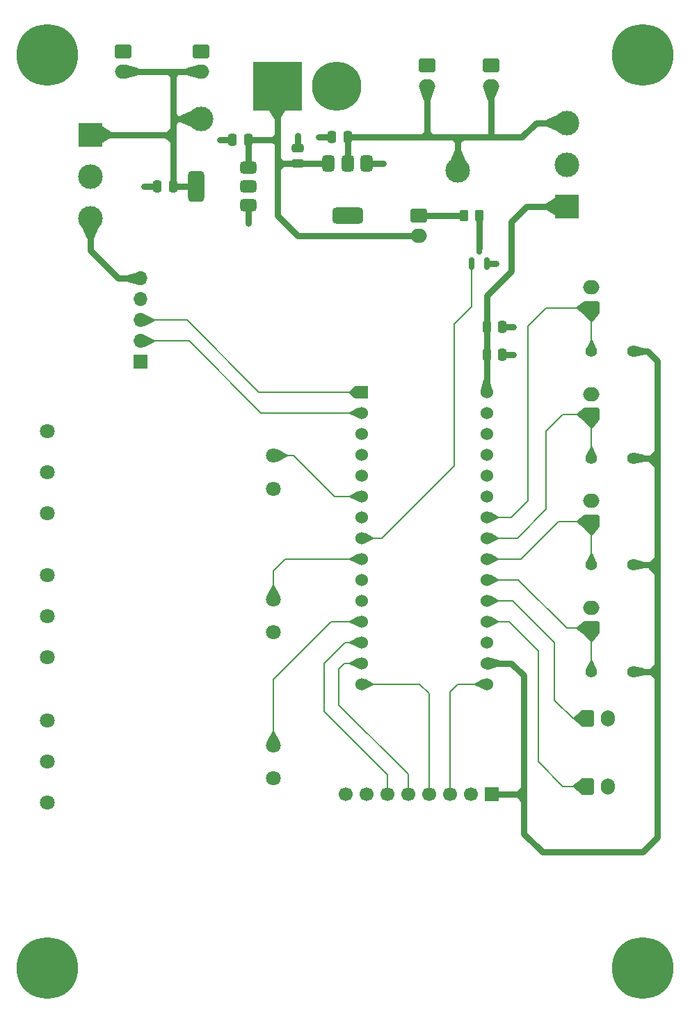
<source format=gbr>
%TF.GenerationSoftware,KiCad,Pcbnew,9.0.4*%
%TF.CreationDate,2025-10-04T23:37:01+05:30*%
%TF.ProjectId,FireSide,46697265-5369-4646-952e-6b696361645f,rev?*%
%TF.SameCoordinates,Original*%
%TF.FileFunction,Copper,L1,Top*%
%TF.FilePolarity,Positive*%
%FSLAX46Y46*%
G04 Gerber Fmt 4.6, Leading zero omitted, Abs format (unit mm)*
G04 Created by KiCad (PCBNEW 9.0.4) date 2025-10-04 23:37:01*
%MOMM*%
%LPD*%
G01*
G04 APERTURE LIST*
G04 Aperture macros list*
%AMRoundRect*
0 Rectangle with rounded corners*
0 $1 Rounding radius*
0 $2 $3 $4 $5 $6 $7 $8 $9 X,Y pos of 4 corners*
0 Add a 4 corners polygon primitive as box body*
4,1,4,$2,$3,$4,$5,$6,$7,$8,$9,$2,$3,0*
0 Add four circle primitives for the rounded corners*
1,1,$1+$1,$2,$3*
1,1,$1+$1,$4,$5*
1,1,$1+$1,$6,$7*
1,1,$1+$1,$8,$9*
0 Add four rect primitives between the rounded corners*
20,1,$1+$1,$2,$3,$4,$5,0*
20,1,$1+$1,$4,$5,$6,$7,0*
20,1,$1+$1,$6,$7,$8,$9,0*
20,1,$1+$1,$8,$9,$2,$3,0*%
G04 Aperture macros list end*
%TA.AperFunction,ComponentPad*%
%ADD10C,1.400000*%
%TD*%
%TA.AperFunction,SMDPad,CuDef*%
%ADD11RoundRect,0.250000X0.250000X0.475000X-0.250000X0.475000X-0.250000X-0.475000X0.250000X-0.475000X0*%
%TD*%
%TA.AperFunction,ComponentPad*%
%ADD12RoundRect,0.250000X-0.750000X0.600000X-0.750000X-0.600000X0.750000X-0.600000X0.750000X0.600000X0*%
%TD*%
%TA.AperFunction,ComponentPad*%
%ADD13O,2.000000X1.700000*%
%TD*%
%TA.AperFunction,ComponentPad*%
%ADD14C,7.500000*%
%TD*%
%TA.AperFunction,SMDPad,CuDef*%
%ADD15RoundRect,0.250000X0.475000X-0.250000X0.475000X0.250000X-0.475000X0.250000X-0.475000X-0.250000X0*%
%TD*%
%TA.AperFunction,ComponentPad*%
%ADD16RoundRect,0.250000X0.750000X-0.600000X0.750000X0.600000X-0.750000X0.600000X-0.750000X-0.600000X0*%
%TD*%
%TA.AperFunction,SMDPad,CuDef*%
%ADD17RoundRect,0.375000X-0.375000X0.625000X-0.375000X-0.625000X0.375000X-0.625000X0.375000X0.625000X0*%
%TD*%
%TA.AperFunction,SMDPad,CuDef*%
%ADD18RoundRect,0.500000X-1.400000X0.500000X-1.400000X-0.500000X1.400000X-0.500000X1.400000X0.500000X0*%
%TD*%
%TA.AperFunction,SMDPad,CuDef*%
%ADD19RoundRect,0.375000X0.625000X0.375000X-0.625000X0.375000X-0.625000X-0.375000X0.625000X-0.375000X0*%
%TD*%
%TA.AperFunction,SMDPad,CuDef*%
%ADD20RoundRect,0.500000X0.500000X1.400000X-0.500000X1.400000X-0.500000X-1.400000X0.500000X-1.400000X0*%
%TD*%
%TA.AperFunction,ComponentPad*%
%ADD21C,1.800000*%
%TD*%
%TA.AperFunction,ComponentPad*%
%ADD22RoundRect,0.250000X-0.600000X-0.750000X0.600000X-0.750000X0.600000X0.750000X-0.600000X0.750000X0*%
%TD*%
%TA.AperFunction,ComponentPad*%
%ADD23O,1.700000X2.000000*%
%TD*%
%TA.AperFunction,SMDPad,CuDef*%
%ADD24RoundRect,0.250000X-0.250000X-0.475000X0.250000X-0.475000X0.250000X0.475000X-0.250000X0.475000X0*%
%TD*%
%TA.AperFunction,SMDPad,CuDef*%
%ADD25RoundRect,0.250000X0.262500X0.450000X-0.262500X0.450000X-0.262500X-0.450000X0.262500X-0.450000X0*%
%TD*%
%TA.AperFunction,ComponentPad*%
%ADD26R,1.700000X1.700000*%
%TD*%
%TA.AperFunction,ComponentPad*%
%ADD27C,1.700000*%
%TD*%
%TA.AperFunction,ComponentPad*%
%ADD28C,6.000000*%
%TD*%
%TA.AperFunction,ComponentPad*%
%ADD29R,6.000000X6.000000*%
%TD*%
%TA.AperFunction,ComponentPad*%
%ADD30R,1.524000X1.524000*%
%TD*%
%TA.AperFunction,ComponentPad*%
%ADD31C,1.524000*%
%TD*%
%TA.AperFunction,ComponentPad*%
%ADD32C,3.000000*%
%TD*%
%TA.AperFunction,ComponentPad*%
%ADD33R,3.000000X3.000000*%
%TD*%
%TA.AperFunction,ComponentPad*%
%ADD34O,1.700000X1.700000*%
%TD*%
%TA.AperFunction,SMDPad,CuDef*%
%ADD35RoundRect,0.150000X0.150000X-0.587500X0.150000X0.587500X-0.150000X0.587500X-0.150000X-0.587500X0*%
%TD*%
%TA.AperFunction,ViaPad*%
%ADD36C,0.600000*%
%TD*%
%TA.AperFunction,Conductor*%
%ADD37C,0.800000*%
%TD*%
%TA.AperFunction,Conductor*%
%ADD38C,0.200000*%
%TD*%
G04 APERTURE END LIST*
D10*
%TO.P,R5,1*%
%TO.N,3.3V_STM*%
X147790000Y-96550000D03*
%TO.P,R5,2*%
%TO.N,A_THERM-2*%
X142710000Y-96550000D03*
%TD*%
D11*
%TO.P,C2,1*%
%TO.N,VI*%
X100950000Y-44750000D03*
%TO.P,C2,2*%
%TO.N,GND*%
X99050000Y-44750000D03*
%TD*%
D10*
%TO.P,R6,1*%
%TO.N,3.3V_STM*%
X147790000Y-83550000D03*
%TO.P,R6,2*%
%TO.N,A_THERM-3*%
X142710000Y-83550000D03*
%TD*%
D12*
%TO.P,J8,1,Pin_1*%
%TO.N,GND*%
X130500000Y-35750000D03*
D13*
%TO.P,J8,2,Pin_2*%
%TO.N,5V*%
X130500000Y-38250000D03*
%TD*%
D14*
%TO.P,H2,1,1*%
%TO.N,GND*%
X76500000Y-145600000D03*
%TD*%
%TO.P,H3,1,1*%
%TO.N,GND*%
X76500000Y-34500000D03*
%TD*%
D15*
%TO.P,C3,1*%
%TO.N,VI*%
X106950000Y-47700000D03*
%TO.P,C3,2*%
%TO.N,GND*%
X106950000Y-45800000D03*
%TD*%
D16*
%TO.P,J6,1,Pin_1*%
%TO.N,A_THERM-3*%
X142750000Y-78250000D03*
D13*
%TO.P,J6,2,Pin_2*%
%TO.N,GND*%
X142750000Y-75750000D03*
%TD*%
D17*
%TO.P,U4,1,GND*%
%TO.N,GND*%
X115350000Y-47700000D03*
%TO.P,U4,2,VO*%
%TO.N,5V*%
X113050000Y-47700000D03*
D18*
X113050000Y-54000000D03*
D17*
%TO.P,U4,3,VI*%
%TO.N,VI*%
X110750000Y-47700000D03*
%TD*%
D10*
%TO.P,R7,1*%
%TO.N,3.3V_STM*%
X147825396Y-70550000D03*
%TO.P,R7,2*%
%TO.N,A_THERM-4*%
X142745396Y-70550000D03*
%TD*%
D19*
%TO.P,U1,1,GND*%
%TO.N,GND*%
X100941768Y-52760400D03*
%TO.P,U1,2,VO*%
%TO.N,3.3V*%
X100941768Y-50460400D03*
D20*
X94641768Y-50460400D03*
D19*
%TO.P,U1,3,VI*%
%TO.N,VI*%
X100941768Y-48160400D03*
%TD*%
D21*
%TO.P,U6,1,GND*%
%TO.N,GND*%
X104000000Y-122500000D03*
%TO.P,U6,2,PWM*%
%TO.N,PWM_D4184-3*%
X104000000Y-118500000D03*
%TO.P,U6,3,-*%
%TO.N,unconnected-(U6---Pad3)*%
X76500000Y-125500000D03*
%TO.P,U6,4,LOAD*%
%TO.N,unconnected-(U6-LOAD-Pad4)*%
X76500000Y-120500000D03*
%TO.P,U6,5,+*%
%TO.N,unconnected-(U6-+-Pad5)*%
X76500000Y-115500000D03*
%TD*%
D22*
%TO.P,J2,1,Pin_1*%
%TO.N,A1*%
X142250000Y-115250000D03*
D23*
%TO.P,J2,2,Pin_2*%
%TO.N,GND*%
X144750000Y-115250000D03*
%TD*%
D22*
%TO.P,J1,1,Pin_1*%
%TO.N,A0*%
X142250000Y-123500000D03*
D23*
%TO.P,J1,2,Pin_2*%
%TO.N,GND*%
X144750000Y-123500000D03*
%TD*%
D24*
%TO.P,C6,1*%
%TO.N,5Vin*%
X129989181Y-70987836D03*
%TO.P,C6,2*%
%TO.N,GND*%
X131889181Y-70987836D03*
%TD*%
D25*
%TO.P,R4,1*%
%TO.N,Net-(Q1-C)*%
X129075000Y-54000000D03*
%TO.P,R4,2*%
%TO.N,Net-(J10-Pin_1)*%
X127250000Y-54000000D03*
%TD*%
D11*
%TO.P,C4,1*%
%TO.N,3.3V*%
X91791212Y-50463737D03*
%TO.P,C4,2*%
%TO.N,GND*%
X89891212Y-50463737D03*
%TD*%
D14*
%TO.P,H1,1,1*%
%TO.N,GND*%
X149000000Y-145600000D03*
%TD*%
D21*
%TO.P,U5,1,GND*%
%TO.N,GND*%
X104000000Y-87250000D03*
%TO.P,U5,2,PWM*%
%TO.N,PWM_D4184-1*%
X104000000Y-83250000D03*
%TO.P,U5,3,-*%
%TO.N,unconnected-(U5---Pad3)*%
X76500000Y-90250000D03*
%TO.P,U5,4,LOAD*%
%TO.N,unconnected-(U5-LOAD-Pad4)*%
X76500000Y-85250000D03*
%TO.P,U5,5,+*%
%TO.N,unconnected-(U5-+-Pad5)*%
X76500000Y-80250000D03*
%TD*%
D26*
%TO.P,J3,1,Pin_1*%
%TO.N,3.3V_STM*%
X130580000Y-124500000D03*
D27*
%TO.P,J3,2,Pin_2*%
%TO.N,GND*%
X128040000Y-124500000D03*
%TO.P,J3,3,Pin_3*%
%TO.N,SCK_SD*%
X125500000Y-124500000D03*
%TO.P,J3,4,Pin_4*%
%TO.N,MISO_SD*%
X122960000Y-124500000D03*
%TO.P,J3,5,Pin_5*%
%TO.N,MOSI_SD*%
X120420000Y-124500000D03*
%TO.P,J3,6,Pin_6*%
%TO.N,CS_SD*%
X117880000Y-124500000D03*
%TO.P,J3,7,Pin_7*%
%TO.N,unconnected-(J3-Pin_7-Pad7)*%
X115340000Y-124500000D03*
%TO.P,J3,8,Pin_8*%
%TO.N,unconnected-(J3-Pin_8-Pad8)*%
X112800000Y-124500000D03*
%TD*%
D28*
%TO.P,U8,N,NEG*%
%TO.N,GND*%
X111700000Y-38250000D03*
D29*
%TO.P,U8,P,POS*%
%TO.N,VI*%
X104500000Y-38250000D03*
%TD*%
D30*
%TO.P,U3,CN3_1,PA9/D1*%
%TO.N,RX_RYLR*%
X114750000Y-75500000D03*
D31*
%TO.P,U3,CN3_2,PA10/D0*%
%TO.N,TX_RYLR*%
X114750000Y-78040000D03*
%TO.P,U3,CN3_3,~{RST}_CN3*%
%TO.N,unconnected-(U3-~{RST}_CN3-PadCN3_3)*%
X114750000Y-80580000D03*
%TO.P,U3,CN3_4,GND_CN3*%
%TO.N,GND*%
X114750000Y-83120000D03*
%TO.P,U3,CN3_5,PA12/D2*%
%TO.N,unconnected-(U3-PA12{slash}D2-PadCN3_5)*%
X114750000Y-85660000D03*
%TO.P,U3,CN3_6,PB0/D3*%
%TO.N,PWM_D4184-1*%
X114750000Y-88200000D03*
%TO.P,U3,CN3_7,PB7/D4*%
%TO.N,unconnected-(U3-PB7{slash}D4-PadCN3_7)*%
X114750000Y-90740000D03*
%TO.P,U3,CN3_8,PB6/D5*%
%TO.N,STATUS_PIN*%
X114750000Y-93280000D03*
%TO.P,U3,CN3_9,PB1/D6*%
%TO.N,PWM_D4184-2*%
X114750000Y-95820000D03*
%TO.P,U3,CN3_10,PC14/D7*%
%TO.N,unconnected-(U3-PC14{slash}D7-PadCN3_10)*%
X114750000Y-98360000D03*
%TO.P,U3,CN3_11,PC15/D8*%
%TO.N,unconnected-(U3-PC15{slash}D8-PadCN3_11)*%
X114750000Y-100900000D03*
%TO.P,U3,CN3_12,PA8/D9*%
%TO.N,PWM_D4184-3*%
X114750000Y-103440000D03*
%TO.P,U3,CN3_13,PA11/D10*%
%TO.N,CS_SD*%
X114750000Y-105980000D03*
%TO.P,U3,CN3_14,PB5/D11*%
%TO.N,MOSI_SD*%
X114750000Y-108520000D03*
%TO.P,U3,CN3_15,PB4/D12*%
%TO.N,MISO_SD*%
X114750000Y-111060000D03*
%TO.P,U3,CN4_1,VIN*%
%TO.N,5Vin*%
X129990000Y-75500000D03*
%TO.P,U3,CN4_2,GND_CN4*%
%TO.N,unconnected-(U3-GND_CN4-PadCN4_2)*%
X129990000Y-78040000D03*
%TO.P,U3,CN4_3,~{RST}_CN4*%
%TO.N,unconnected-(U3-~{RST}_CN4-PadCN4_3)*%
X129990000Y-80580000D03*
%TO.P,U3,CN4_4,+5V*%
%TO.N,unconnected-(U3-+5V-PadCN4_4)*%
X129990000Y-83120000D03*
%TO.P,U3,CN4_5,PA2/A7*%
%TO.N,unconnected-(U3-PA2{slash}A7-PadCN4_5)*%
X129990000Y-85660000D03*
%TO.P,U3,CN4_6,PA7/A6*%
%TO.N,unconnected-(U3-PA7{slash}A6-PadCN4_6)*%
X129990000Y-88200000D03*
%TO.P,U3,CN4_7,PA6/A5*%
%TO.N,A_THERM-4*%
X129990000Y-90740000D03*
%TO.P,U3,CN4_8,PA5/A4*%
%TO.N,A_THERM-3*%
X129990000Y-93280000D03*
%TO.P,U3,CN4_9,PA4/A3*%
%TO.N,A_THERM-2*%
X129990000Y-95820000D03*
%TO.P,U3,CN4_10,PA3/A2*%
%TO.N,A_THERM-1*%
X129990000Y-98360000D03*
%TO.P,U3,CN4_11,PA1/A1*%
%TO.N,A1*%
X129990000Y-100900000D03*
%TO.P,U3,CN4_12,PA0/A0*%
%TO.N,A0*%
X129990000Y-103440000D03*
%TO.P,U3,CN4_13,AREF*%
%TO.N,unconnected-(U3-AREF-PadCN4_13)*%
X129990000Y-105980000D03*
%TO.P,U3,CN4_14,+3V3*%
%TO.N,3.3V_STM*%
X129990000Y-108520000D03*
%TO.P,U3,CN4_15,PB3/D13*%
%TO.N,SCK_SD*%
X129990000Y-111060000D03*
%TD*%
D10*
%TO.P,R2,1*%
%TO.N,3.3V_STM*%
X147790000Y-109550000D03*
%TO.P,R2,2*%
%TO.N,A_THERM-1*%
X142710000Y-109550000D03*
%TD*%
D11*
%TO.P,C1,1*%
%TO.N,5V*%
X113046508Y-44460665D03*
%TO.P,C1,2*%
%TO.N,GND*%
X111146508Y-44460665D03*
%TD*%
D16*
%TO.P,J4,1,Pin_1*%
%TO.N,A_THERM-1*%
X142750000Y-104250000D03*
D13*
%TO.P,J4,2,Pin_2*%
%TO.N,GND*%
X142750000Y-101750000D03*
%TD*%
D12*
%TO.P,J7,1,Pin_1*%
%TO.N,GND*%
X122750000Y-35750000D03*
D13*
%TO.P,J7,2,Pin_2*%
%TO.N,5V*%
X122750000Y-38250000D03*
%TD*%
D12*
%TO.P,J12,1,Pin_1*%
%TO.N,GND*%
X95250000Y-34000000D03*
D13*
%TO.P,J12,2,Pin_2*%
%TO.N,3.3V*%
X95250000Y-36500000D03*
%TD*%
D16*
%TO.P,J14,1,Pin_1*%
%TO.N,A_THERM-4*%
X142750000Y-65250000D03*
D13*
%TO.P,J14,2,Pin_2*%
%TO.N,GND*%
X142750000Y-62750000D03*
%TD*%
D24*
%TO.P,C5,1*%
%TO.N,5Vin*%
X129993152Y-67558421D03*
%TO.P,C5,2*%
%TO.N,GND*%
X131893152Y-67558421D03*
%TD*%
D12*
%TO.P,J10,1,Pin_1*%
%TO.N,Net-(J10-Pin_1)*%
X121750000Y-54000000D03*
D13*
%TO.P,J10,2,Pin_2*%
%TO.N,VI*%
X121750000Y-56500000D03*
%TD*%
D32*
%TO.P,TP2,1,1*%
%TO.N,3.3V*%
X95250000Y-42250000D03*
%TD*%
D12*
%TO.P,J11,1,Pin_1*%
%TO.N,GND*%
X85750000Y-34000000D03*
D13*
%TO.P,J11,2,Pin_2*%
%TO.N,3.3V*%
X85750000Y-36500000D03*
%TD*%
D32*
%TO.P,TP1,1,1*%
%TO.N,5V*%
X126500000Y-48500000D03*
%TD*%
D21*
%TO.P,U9,1,GND*%
%TO.N,GND*%
X104000000Y-104750000D03*
%TO.P,U9,2,PWM*%
%TO.N,PWM_D4184-2*%
X104000000Y-100750000D03*
%TO.P,U9,3,-*%
%TO.N,unconnected-(U9---Pad3)*%
X76500000Y-107750000D03*
%TO.P,U9,4,LOAD*%
%TO.N,unconnected-(U9-LOAD-Pad4)*%
X76500000Y-102750000D03*
%TO.P,U9,5,+*%
%TO.N,unconnected-(U9-+-Pad5)*%
X76500000Y-97750000D03*
%TD*%
D16*
%TO.P,J5,1,Pin_1*%
%TO.N,A_THERM-2*%
X142750000Y-91250000D03*
D13*
%TO.P,J5,2,Pin_2*%
%TO.N,GND*%
X142750000Y-88750000D03*
%TD*%
D14*
%TO.P,H4,1,1*%
%TO.N,GND*%
X149000000Y-34500000D03*
%TD*%
D33*
%TO.P,J13,1,Pin_1*%
%TO.N,5Vin*%
X139750000Y-52910000D03*
D32*
%TO.P,J13,2,Pin_2*%
%TO.N,GND*%
X139750000Y-47830000D03*
%TO.P,J13,3,Pin_3*%
%TO.N,5V*%
X139750000Y-42750000D03*
%TD*%
D34*
%TO.P,U2,1,VDD*%
%TO.N,3.3Vin*%
X87849000Y-61670000D03*
%TO.P,U2,2,RST*%
%TO.N,unconnected-(U2-RST-Pad2)*%
X87849000Y-64210000D03*
%TO.P,U2,3,RXD*%
%TO.N,RX_RYLR*%
X87849000Y-66750000D03*
%TO.P,U2,4,TXD*%
%TO.N,TX_RYLR*%
X87849000Y-69290000D03*
D26*
%TO.P,U2,5,GND*%
%TO.N,GND*%
X87849000Y-71830000D03*
%TD*%
D33*
%TO.P,J9,1,Pin_1*%
%TO.N,3.3V*%
X81750000Y-44170000D03*
D32*
%TO.P,J9,2,Pin_2*%
%TO.N,GND*%
X81750000Y-49250000D03*
%TO.P,J9,3,Pin_3*%
%TO.N,3.3Vin*%
X81750000Y-54330000D03*
%TD*%
D35*
%TO.P,Q1,1,B*%
%TO.N,STATUS_PIN*%
X128134612Y-59850250D03*
%TO.P,Q1,2,E*%
%TO.N,GND*%
X130034612Y-59850250D03*
%TO.P,Q1,3,C*%
%TO.N,Net-(Q1-C)*%
X129084612Y-57975250D03*
%TD*%
D36*
%TO.N,GND*%
X131100250Y-59850250D03*
X109539335Y-44460665D03*
X106950000Y-44250000D03*
X88286263Y-50463737D03*
X133250000Y-71000000D03*
X97500000Y-44750000D03*
X100941768Y-54941768D03*
X117367769Y-47700000D03*
X133250000Y-67558421D03*
%TD*%
D37*
%TO.N,GND*%
X115350000Y-47700000D02*
X117367769Y-47700000D01*
X89891212Y-50463737D02*
X88286263Y-50463737D01*
X106950000Y-45800000D02*
X106950000Y-44250000D01*
X130034612Y-59850250D02*
X131100250Y-59850250D01*
X131893152Y-67558421D02*
X133250000Y-67558421D01*
X99050000Y-44750000D02*
X97500000Y-44750000D01*
X111146508Y-44460665D02*
X109539335Y-44460665D01*
X131889181Y-70987836D02*
X133237836Y-70987836D01*
X100941768Y-52760400D02*
X100941768Y-54941768D01*
%TO.N,5V*%
X130500000Y-38250000D02*
X130500000Y-44210665D01*
X122750000Y-43500000D02*
X122750000Y-44460665D01*
X113050000Y-44464157D02*
X113046508Y-44460665D01*
X122250000Y-44460665D02*
X113046508Y-44460665D01*
X127039335Y-44460665D02*
X126500000Y-45000000D01*
X122750000Y-44460665D02*
X122250000Y-44460665D01*
X122750000Y-43960665D02*
X122250000Y-44460665D01*
X122750000Y-44460665D02*
X125960665Y-44460665D01*
X122750000Y-43500000D02*
X122750000Y-43960665D01*
X113050000Y-47700000D02*
X113050000Y-44464157D01*
X127250000Y-44460665D02*
X130250000Y-44460665D01*
X127250000Y-44460665D02*
X127039335Y-44460665D01*
X139750000Y-42750000D02*
X136000000Y-42750000D01*
X123250000Y-44460665D02*
X127250000Y-44460665D01*
X122750000Y-43960665D02*
X123250000Y-44460665D01*
X122750000Y-38250000D02*
X122750000Y-43500000D01*
X130500000Y-44210665D02*
X130250000Y-44460665D01*
X134289335Y-44460665D02*
X130250000Y-44460665D01*
X125960665Y-44460665D02*
X126500000Y-45000000D01*
X136000000Y-42750000D02*
X134289335Y-44460665D01*
X126500000Y-45000000D02*
X126500000Y-48500000D01*
%TO.N,VI*%
X104500000Y-47200000D02*
X105000000Y-47700000D01*
X104500000Y-44250000D02*
X104500000Y-44750000D01*
X104000000Y-44750000D02*
X104500000Y-44750000D01*
X104500000Y-47000000D02*
X104500000Y-48250000D01*
X105000000Y-47750000D02*
X104500000Y-48250000D01*
X104500000Y-44750000D02*
X104500000Y-38250000D01*
X106950000Y-47700000D02*
X105000000Y-47700000D01*
X100950000Y-48152168D02*
X100941768Y-48160400D01*
X100950000Y-44750000D02*
X100950000Y-48152168D01*
X104000000Y-44750000D02*
X104500000Y-45250000D01*
X100950000Y-44750000D02*
X104000000Y-44750000D01*
X104500000Y-44250000D02*
X104000000Y-44750000D01*
X107000000Y-56500000D02*
X121750000Y-56500000D01*
X104500000Y-48250000D02*
X104500000Y-54000000D01*
X105000000Y-47700000D02*
X104500000Y-47700000D01*
X104500000Y-47000000D02*
X104500000Y-47200000D01*
X104500000Y-45250000D02*
X104500000Y-47000000D01*
X104500000Y-54000000D02*
X107000000Y-56500000D01*
X105000000Y-47700000D02*
X105000000Y-47750000D01*
X106950000Y-47700000D02*
X110750000Y-47700000D01*
X104500000Y-44750000D02*
X104500000Y-45250000D01*
D38*
%TO.N,A_THERM-1*%
X139750000Y-104250000D02*
X133860000Y-98360000D01*
X133860000Y-98360000D02*
X129990000Y-98360000D01*
X142750000Y-104250000D02*
X139750000Y-104250000D01*
X142750000Y-104250000D02*
X142750000Y-109510000D01*
X142750000Y-109510000D02*
X142710000Y-109550000D01*
%TO.N,A_THERM-2*%
X138750000Y-91250000D02*
X134180000Y-95820000D01*
X134180000Y-95820000D02*
X129990000Y-95820000D01*
X142750000Y-91250000D02*
X142750000Y-96510000D01*
X142750000Y-96510000D02*
X142710000Y-96550000D01*
X142750000Y-91250000D02*
X138750000Y-91250000D01*
%TO.N,A_THERM-3*%
X133720000Y-93280000D02*
X129990000Y-93280000D01*
X142750000Y-83510000D02*
X142710000Y-83550000D01*
X139250000Y-78250000D02*
X137250000Y-80250000D01*
X137250000Y-89750000D02*
X133720000Y-93280000D01*
X142750000Y-78250000D02*
X139250000Y-78250000D01*
X137250000Y-80250000D02*
X137250000Y-89750000D01*
X142750000Y-78250000D02*
X142750000Y-83510000D01*
D37*
%TO.N,3.3V*%
X92000000Y-36500000D02*
X95250000Y-36500000D01*
X91291212Y-36500000D02*
X91791212Y-37000000D01*
X91000000Y-36500000D02*
X91291212Y-36500000D01*
X92291212Y-42250000D02*
X91791212Y-42750000D01*
X91000000Y-36500000D02*
X92000000Y-36500000D01*
X92291212Y-36500000D02*
X91791212Y-37000000D01*
X95250000Y-42250000D02*
X92291212Y-42250000D01*
X91791212Y-50463737D02*
X94638431Y-50463737D01*
X91791212Y-36708788D02*
X92000000Y-36500000D01*
X91791212Y-45000000D02*
X91791212Y-44250000D01*
X90750000Y-44170000D02*
X91121212Y-44170000D01*
X91000000Y-36500000D02*
X85750000Y-36500000D01*
X91791212Y-42750000D02*
X91791212Y-41750000D01*
X91791212Y-41750000D02*
X91791212Y-37000000D01*
X92291212Y-42250000D02*
X91791212Y-41750000D01*
X92000000Y-36500000D02*
X92500000Y-36500000D01*
X91121212Y-44170000D02*
X91791212Y-43500000D01*
X91791212Y-43500000D02*
X91791212Y-42750000D01*
X81750000Y-44170000D02*
X90750000Y-44170000D01*
X91711212Y-44170000D02*
X91791212Y-44250000D01*
X90750000Y-44170000D02*
X90961212Y-44170000D01*
X91791212Y-50463737D02*
X91791212Y-45000000D01*
X90750000Y-44170000D02*
X91711212Y-44170000D01*
X91791212Y-37000000D02*
X91791212Y-36708788D01*
X90961212Y-44170000D02*
X91791212Y-45000000D01*
X94638431Y-50463737D02*
X94641768Y-50460400D01*
X92500000Y-36500000D02*
X92291212Y-36500000D01*
X91791212Y-44250000D02*
X91791212Y-43500000D01*
D38*
%TO.N,CS_SD*%
X112750000Y-106000000D02*
X113000000Y-106000000D01*
X110200000Y-108550000D02*
X112750000Y-106000000D01*
X113000000Y-106000000D02*
X113020000Y-105980000D01*
X117880000Y-122080000D02*
X110200000Y-114400000D01*
X117880000Y-124500000D02*
X117880000Y-122080000D01*
X113020000Y-105980000D02*
X114750000Y-105980000D01*
X110200000Y-114400000D02*
X110200000Y-108550000D01*
%TO.N,PWM_D4184-2*%
X114750000Y-95820000D02*
X105430000Y-95820000D01*
X104000000Y-97250000D02*
X104000000Y-100750000D01*
X104016540Y-100733460D02*
X104000000Y-100750000D01*
X105430000Y-95820000D02*
X104000000Y-97250000D01*
%TO.N,RX_RYLR*%
X114750000Y-75500000D02*
X102250000Y-75500000D01*
X102250000Y-75500000D02*
X93500000Y-66750000D01*
X93500000Y-66750000D02*
X87749000Y-66750000D01*
%TO.N,TX_RYLR*%
X102540000Y-78040000D02*
X114750000Y-78040000D01*
X93790000Y-69290000D02*
X102540000Y-78040000D01*
X87849000Y-69290000D02*
X93790000Y-69290000D01*
%TO.N,MOSI_SD*%
X120420000Y-122018274D02*
X120420000Y-124500000D01*
X112000000Y-109200000D02*
X112000000Y-113598274D01*
X112680000Y-108520000D02*
X112000000Y-109200000D01*
X112000000Y-113598274D02*
X120420000Y-122018274D01*
X114750000Y-108520000D02*
X112680000Y-108520000D01*
%TO.N,SCK_SD*%
X125500000Y-112000000D02*
X125500000Y-124500000D01*
X126440000Y-111060000D02*
X125500000Y-112000000D01*
X129990000Y-111060000D02*
X126440000Y-111060000D01*
%TO.N,MISO_SD*%
X121810000Y-111060000D02*
X122960000Y-112210000D01*
X114750000Y-111060000D02*
X121810000Y-111060000D01*
X122960000Y-112210000D02*
X122960000Y-124500000D01*
%TO.N,PWM_D4184-1*%
X104070000Y-83180000D02*
X104000000Y-83250000D01*
X111450000Y-88200000D02*
X106500000Y-83250000D01*
X106500000Y-83250000D02*
X104000000Y-83250000D01*
X114750000Y-88200000D02*
X111450000Y-88200000D01*
%TO.N,PWM_D4184-3*%
X114750000Y-103440000D02*
X111060000Y-103440000D01*
X111060000Y-103440000D02*
X104000000Y-110500000D01*
X104000000Y-110500000D02*
X104000000Y-118500000D01*
D37*
%TO.N,5Vin*%
X134840000Y-52910000D02*
X139750000Y-52910000D01*
X129993152Y-70983865D02*
X129989181Y-70987836D01*
X129993152Y-63756848D02*
X133000000Y-60750000D01*
X129993152Y-67558421D02*
X129993152Y-63756848D01*
X129993152Y-67558421D02*
X129993152Y-70983865D01*
X129989181Y-75499181D02*
X129990000Y-75500000D01*
X133000000Y-60750000D02*
X133000000Y-54750000D01*
X129989181Y-70987836D02*
X129989181Y-75499181D01*
X133000000Y-54750000D02*
X134840000Y-52910000D01*
D38*
%TO.N,A_THERM-4*%
X135000000Y-88750000D02*
X133010000Y-90740000D01*
X142750000Y-70545396D02*
X142745396Y-70550000D01*
X142750000Y-65250000D02*
X137250000Y-65250000D01*
X137250000Y-65250000D02*
X135000000Y-67500000D01*
X142750000Y-65250000D02*
X142750000Y-70545396D01*
X133010000Y-90740000D02*
X129990000Y-90740000D01*
X135000000Y-67500000D02*
X135000000Y-88750000D01*
D37*
%TO.N,Net-(J10-Pin_1)*%
X121750000Y-54000000D02*
X127250000Y-54000000D01*
%TO.N,3.3V_STM*%
X150750000Y-96750000D02*
X150750000Y-95750000D01*
X134500000Y-129250000D02*
X136750000Y-131500000D01*
X150750000Y-129750000D02*
X150750000Y-110250000D01*
X150000000Y-96550000D02*
X150550000Y-96550000D01*
X150750000Y-83750000D02*
X150750000Y-82750000D01*
X150000000Y-96550000D02*
X150000000Y-96500000D01*
X150750000Y-95750000D02*
X150750000Y-84500000D01*
X150550000Y-96550000D02*
X150750000Y-96750000D01*
X147790000Y-109550000D02*
X150000000Y-109550000D01*
X150750000Y-71750000D02*
X149550000Y-70550000D01*
X129990000Y-108520000D02*
X133020000Y-108520000D01*
X150750000Y-109500000D02*
X150750000Y-108750000D01*
X134500000Y-110000000D02*
X134500000Y-123800000D01*
X150000000Y-109550000D02*
X150700000Y-109550000D01*
X150000000Y-83550000D02*
X150000000Y-83750000D01*
X147790000Y-83550000D02*
X150000000Y-83550000D01*
X150750000Y-110250000D02*
X150750000Y-109500000D01*
X147790000Y-96550000D02*
X150000000Y-96550000D01*
X149550000Y-70550000D02*
X147825396Y-70550000D01*
X150000000Y-96550000D02*
X150000000Y-96750000D01*
X150700000Y-109550000D02*
X150750000Y-109500000D01*
X150750000Y-82800000D02*
X150000000Y-83550000D01*
X150750000Y-84500000D02*
X150750000Y-83750000D01*
X150000000Y-96750000D02*
X150750000Y-97500000D01*
X149000000Y-131500000D02*
X150750000Y-129750000D01*
X150750000Y-108800000D02*
X150000000Y-109550000D01*
X150050000Y-109550000D02*
X150750000Y-110250000D01*
X150750000Y-108750000D02*
X150750000Y-108800000D01*
X150000000Y-109550000D02*
X150050000Y-109550000D01*
X150750000Y-82750000D02*
X150750000Y-71750000D01*
X150000000Y-96500000D02*
X150750000Y-95750000D01*
X133800000Y-124500000D02*
X134500000Y-125200000D01*
X150000000Y-83550000D02*
X150550000Y-83550000D01*
X150750000Y-108750000D02*
X150750000Y-97500000D01*
X134500000Y-125200000D02*
X134500000Y-129250000D01*
X134500000Y-123800000D02*
X134500000Y-124400000D01*
X150550000Y-83550000D02*
X150750000Y-83750000D01*
X150750000Y-97500000D02*
X150750000Y-96750000D01*
X134500000Y-124400000D02*
X134500000Y-125200000D01*
X150000000Y-83750000D02*
X150750000Y-84500000D01*
X133020000Y-108520000D02*
X134500000Y-110000000D01*
X134400000Y-124500000D02*
X134500000Y-124400000D01*
X150750000Y-82750000D02*
X150750000Y-82800000D01*
X133800000Y-124500000D02*
X134400000Y-124500000D01*
X130580000Y-124500000D02*
X133800000Y-124500000D01*
X134500000Y-123800000D02*
X133800000Y-124500000D01*
X136750000Y-131500000D02*
X149000000Y-131500000D01*
%TO.N,3.3Vin*%
X85170000Y-61670000D02*
X87749000Y-61670000D01*
X81750000Y-58250000D02*
X85170000Y-61670000D01*
X81750000Y-54330000D02*
X81750000Y-58250000D01*
%TO.N,Net-(Q1-C)*%
X129075000Y-57965638D02*
X129084612Y-57975250D01*
X129075000Y-54000000D02*
X129075000Y-57965638D01*
D38*
%TO.N,STATUS_PIN*%
X128134612Y-65115388D02*
X126000000Y-67250000D01*
X128134612Y-59850250D02*
X128134612Y-65115388D01*
X117220000Y-93280000D02*
X114750000Y-93280000D01*
X126000000Y-67250000D02*
X126000000Y-84500000D01*
X126000000Y-84500000D02*
X117220000Y-93280000D01*
%TO.N,A1*%
X140500000Y-115250000D02*
X138250000Y-113000000D01*
X138250000Y-106000000D02*
X133150000Y-100900000D01*
X142250000Y-115250000D02*
X140500000Y-115250000D01*
X133150000Y-100900000D02*
X129990000Y-100900000D01*
X138250000Y-113000000D02*
X138250000Y-106000000D01*
%TO.N,A0*%
X132690000Y-103440000D02*
X129990000Y-103440000D01*
X142250000Y-123500000D02*
X139250000Y-123500000D01*
X139250000Y-123500000D02*
X136250000Y-120500000D01*
X136250000Y-120500000D02*
X136250000Y-107000000D01*
X136250000Y-107000000D02*
X132690000Y-103440000D01*
%TD*%
%TA.AperFunction,Conductor*%
%TO.N,5V*%
G36*
X138652417Y-41755062D02*
G01*
X139741424Y-42741328D01*
X139745256Y-42749421D01*
X139742242Y-42757854D01*
X139741424Y-42758672D01*
X138652417Y-43744937D01*
X138643984Y-43747951D01*
X138639909Y-43747000D01*
X137269879Y-43153054D01*
X137263652Y-43146619D01*
X137262833Y-43142319D01*
X137262833Y-42357680D01*
X137266260Y-42349407D01*
X137269877Y-42346946D01*
X138639910Y-41752998D01*
X138648863Y-41752853D01*
X138652417Y-41755062D01*
G37*
%TD.AperFunction*%
%TD*%
%TA.AperFunction,Conductor*%
%TO.N,A_THERM-4*%
G36*
X141830254Y-64479110D02*
G01*
X142740285Y-65241029D01*
X142744428Y-65248968D01*
X142741745Y-65257511D01*
X142740285Y-65258971D01*
X141830254Y-66020889D01*
X141821711Y-66023572D01*
X141815826Y-66021354D01*
X140904783Y-65353506D01*
X140900136Y-65345851D01*
X140900000Y-65344070D01*
X140900000Y-65155929D01*
X140903427Y-65147656D01*
X140904776Y-65146498D01*
X141815826Y-64478644D01*
X141824524Y-64476517D01*
X141830254Y-64479110D01*
G37*
%TD.AperFunction*%
%TD*%
%TA.AperFunction,Conductor*%
%TO.N,3.3V_STM*%
G36*
X147938255Y-82866130D02*
G01*
X149167464Y-83147917D01*
X149174763Y-83153106D01*
X149176550Y-83159321D01*
X149176550Y-83940678D01*
X149173123Y-83948951D01*
X149167464Y-83952082D01*
X147938286Y-84233862D01*
X147929457Y-84232371D01*
X147924268Y-84225072D01*
X147924200Y-84224757D01*
X147789460Y-83552295D01*
X147789460Y-83547704D01*
X147924200Y-82875241D01*
X147929185Y-82867804D01*
X147937971Y-82866069D01*
X147938255Y-82866130D01*
G37*
%TD.AperFunction*%
%TD*%
%TA.AperFunction,Conductor*%
%TO.N,STATUS_PIN*%
G36*
X115182527Y-92650931D02*
G01*
X116252817Y-93176786D01*
X116258732Y-93183510D01*
X116259358Y-93187287D01*
X116259358Y-93372712D01*
X116255931Y-93380985D01*
X116252817Y-93383213D01*
X115182530Y-93909067D01*
X115173594Y-93909640D01*
X115167650Y-93905077D01*
X114753359Y-93286509D01*
X114751603Y-93277730D01*
X114753358Y-93273492D01*
X115167651Y-92654921D01*
X115175101Y-92649955D01*
X115182527Y-92650931D01*
G37*
%TD.AperFunction*%
%TD*%
%TA.AperFunction,Conductor*%
%TO.N,PWM_D4184-2*%
G36*
X104101077Y-98970720D02*
G01*
X104103246Y-98973715D01*
X104743652Y-100240747D01*
X104744326Y-100249677D01*
X104739719Y-100255747D01*
X104006509Y-100746642D01*
X103997728Y-100748397D01*
X103993491Y-100746642D01*
X103260280Y-100255747D01*
X103255312Y-100248297D01*
X103256347Y-100240747D01*
X103896754Y-98973715D01*
X103903544Y-98967877D01*
X103907196Y-98967293D01*
X104092804Y-98967293D01*
X104101077Y-98970720D01*
G37*
%TD.AperFunction*%
%TD*%
%TA.AperFunction,Conductor*%
%TO.N,5V*%
G36*
X130505748Y-38252246D02*
G01*
X131341332Y-38724089D01*
X131346851Y-38731141D01*
X131346557Y-38738323D01*
X130902821Y-39942346D01*
X130896745Y-39948924D01*
X130891843Y-39950000D01*
X130108157Y-39950000D01*
X130099884Y-39946573D01*
X130097179Y-39942346D01*
X129653442Y-38738323D01*
X129653796Y-38729375D01*
X129658665Y-38724090D01*
X130494248Y-38252247D01*
X130503136Y-38251164D01*
X130505748Y-38252246D01*
G37*
%TD.AperFunction*%
%TD*%
%TA.AperFunction,Conductor*%
%TO.N,RX_RYLR*%
G36*
X88330457Y-66047869D02*
G01*
X89526207Y-66646764D01*
X89532069Y-66653533D01*
X89532667Y-66657225D01*
X89532667Y-66842774D01*
X89529240Y-66851047D01*
X89526207Y-66853235D01*
X88330458Y-67452129D01*
X88321526Y-67452770D01*
X88315496Y-67448178D01*
X87852359Y-66756510D01*
X87850604Y-66747729D01*
X87852359Y-66743490D01*
X88315497Y-66051820D01*
X88322947Y-66046854D01*
X88330457Y-66047869D01*
G37*
%TD.AperFunction*%
%TD*%
%TA.AperFunction,Conductor*%
%TO.N,PWM_D4184-3*%
G36*
X104101077Y-116720720D02*
G01*
X104103246Y-116723715D01*
X104743652Y-117990747D01*
X104744326Y-117999677D01*
X104739719Y-118005747D01*
X104006509Y-118496642D01*
X103997728Y-118498397D01*
X103993491Y-118496642D01*
X103260280Y-118005747D01*
X103255312Y-117998297D01*
X103256347Y-117990747D01*
X103896754Y-116723715D01*
X103903544Y-116717877D01*
X103907196Y-116717293D01*
X104092804Y-116717293D01*
X104101077Y-116720720D01*
G37*
%TD.AperFunction*%
%TD*%
%TA.AperFunction,Conductor*%
%TO.N,PWM_D4184-2*%
G36*
X114332349Y-95194922D02*
G01*
X114746639Y-95813489D01*
X114748396Y-95822270D01*
X114746639Y-95826511D01*
X114332349Y-96445077D01*
X114324898Y-96450044D01*
X114317469Y-96449067D01*
X114029853Y-96307755D01*
X113247183Y-95923213D01*
X113241268Y-95916489D01*
X113240642Y-95912712D01*
X113240642Y-95727287D01*
X113244069Y-95719014D01*
X113247181Y-95716786D01*
X114317471Y-95190931D01*
X114326405Y-95190359D01*
X114332349Y-95194922D01*
G37*
%TD.AperFunction*%
%TD*%
%TA.AperFunction,Conductor*%
%TO.N,A_THERM-3*%
G36*
X142758167Y-78256966D02*
G01*
X143592132Y-79070403D01*
X143595662Y-79078632D01*
X143592833Y-79086408D01*
X142853501Y-79945930D01*
X142845508Y-79949967D01*
X142844631Y-79950000D01*
X142655369Y-79950000D01*
X142647096Y-79946573D01*
X142646499Y-79945930D01*
X141907166Y-79086408D01*
X141904369Y-79077901D01*
X141907865Y-79070405D01*
X142741832Y-78256966D01*
X142750146Y-78253644D01*
X142758167Y-78256966D01*
G37*
%TD.AperFunction*%
%TD*%
%TA.AperFunction,Conductor*%
%TO.N,VI*%
G36*
X104510464Y-38280777D02*
G01*
X104511100Y-38282311D01*
X105498298Y-41244894D01*
X105497662Y-41253826D01*
X105497231Y-41254613D01*
X104903408Y-42244320D01*
X104896213Y-42249651D01*
X104893375Y-42250000D01*
X104106625Y-42250000D01*
X104098352Y-42246573D01*
X104096592Y-42244320D01*
X103502768Y-41254613D01*
X103501450Y-41245755D01*
X103501701Y-41244894D01*
X104488900Y-38282311D01*
X104494767Y-38275546D01*
X104503699Y-38274910D01*
X104510464Y-38280777D01*
G37*
%TD.AperFunction*%
%TD*%
%TA.AperFunction,Conductor*%
%TO.N,3.3Vin*%
G36*
X81757854Y-54337757D02*
G01*
X81758672Y-54338575D01*
X82744937Y-55427582D01*
X82747951Y-55436015D01*
X82747000Y-55440090D01*
X82153055Y-56810121D01*
X82146620Y-56816348D01*
X82142320Y-56817167D01*
X81357680Y-56817167D01*
X81349407Y-56813740D01*
X81346945Y-56810121D01*
X80752999Y-55440090D01*
X80752853Y-55431136D01*
X80755060Y-55427584D01*
X81741328Y-54338574D01*
X81749421Y-54334743D01*
X81757854Y-54337757D01*
G37*
%TD.AperFunction*%
%TD*%
%TA.AperFunction,Conductor*%
%TO.N,3.3V_STM*%
G36*
X130150592Y-107775688D02*
G01*
X131490552Y-108117752D01*
X131497720Y-108123118D01*
X131499358Y-108129088D01*
X131499358Y-108910911D01*
X131495931Y-108919184D01*
X131490552Y-108922247D01*
X130150604Y-109264308D01*
X130141740Y-109263034D01*
X130136374Y-109255866D01*
X130136238Y-109255269D01*
X130069100Y-108920000D01*
X129989459Y-108522292D01*
X129989459Y-108517707D01*
X130136238Y-107784729D01*
X130141222Y-107777290D01*
X130150007Y-107775555D01*
X130150592Y-107775688D01*
G37*
%TD.AperFunction*%
%TD*%
%TA.AperFunction,Conductor*%
%TO.N,3.3V*%
G36*
X83256346Y-43173808D02*
G01*
X84244320Y-43766592D01*
X84249651Y-43773787D01*
X84250000Y-43776625D01*
X84250000Y-44563375D01*
X84246573Y-44571648D01*
X84244320Y-44573408D01*
X83256346Y-45166191D01*
X83247488Y-45167509D01*
X83243839Y-45165895D01*
X81763615Y-44179737D01*
X81758630Y-44172298D01*
X81760365Y-44163513D01*
X81763615Y-44160263D01*
X83243840Y-43174103D01*
X83252624Y-43172369D01*
X83256346Y-43173808D01*
G37*
%TD.AperFunction*%
%TD*%
%TA.AperFunction,Conductor*%
%TO.N,A_THERM-3*%
G36*
X142850660Y-82166877D02*
G01*
X142853084Y-82170410D01*
X143288046Y-83152112D01*
X143288264Y-83161065D01*
X143283861Y-83166572D01*
X142716512Y-83546637D01*
X142707731Y-83548395D01*
X142703488Y-83546637D01*
X142136692Y-83166943D01*
X142131726Y-83159492D01*
X142132836Y-83151802D01*
X142646716Y-82169725D01*
X142653588Y-82163984D01*
X142657083Y-82163450D01*
X142842387Y-82163450D01*
X142850660Y-82166877D01*
G37*
%TD.AperFunction*%
%TD*%
%TA.AperFunction,Conductor*%
%TO.N,MISO_SD*%
G36*
X115182527Y-110430931D02*
G01*
X116252817Y-110956786D01*
X116258732Y-110963510D01*
X116259358Y-110967287D01*
X116259358Y-111152712D01*
X116255931Y-111160985D01*
X116252817Y-111163213D01*
X115182530Y-111689067D01*
X115173594Y-111689640D01*
X115167650Y-111685077D01*
X114753359Y-111066509D01*
X114751603Y-111057730D01*
X114753358Y-111053492D01*
X115167651Y-110434921D01*
X115175101Y-110429955D01*
X115182527Y-110430931D01*
G37*
%TD.AperFunction*%
%TD*%
%TA.AperFunction,Conductor*%
%TO.N,PWM_D4184-1*%
G36*
X114332349Y-87574922D02*
G01*
X114746639Y-88193489D01*
X114748396Y-88202270D01*
X114746639Y-88206511D01*
X114332349Y-88825077D01*
X114324898Y-88830044D01*
X114317469Y-88829067D01*
X114029853Y-88687755D01*
X113247183Y-88303213D01*
X113241268Y-88296489D01*
X113240642Y-88292712D01*
X113240642Y-88107287D01*
X113244069Y-88099014D01*
X113247181Y-88096786D01*
X114317471Y-87570931D01*
X114326405Y-87570359D01*
X114332349Y-87574922D01*
G37*
%TD.AperFunction*%
%TD*%
%TA.AperFunction,Conductor*%
%TO.N,A0*%
G36*
X130422527Y-102810931D02*
G01*
X131492817Y-103336786D01*
X131498732Y-103343510D01*
X131499358Y-103347287D01*
X131499358Y-103532712D01*
X131495931Y-103540985D01*
X131492817Y-103543213D01*
X130422530Y-104069067D01*
X130413594Y-104069640D01*
X130407650Y-104065077D01*
X129993359Y-103446509D01*
X129991603Y-103437730D01*
X129993358Y-103433492D01*
X130407651Y-102814921D01*
X130415101Y-102809955D01*
X130422527Y-102810931D01*
G37*
%TD.AperFunction*%
%TD*%
%TA.AperFunction,Conductor*%
%TO.N,A_THERM-1*%
G36*
X142850660Y-108166877D02*
G01*
X142853084Y-108170410D01*
X143288046Y-109152112D01*
X143288264Y-109161065D01*
X143283861Y-109166572D01*
X142716512Y-109546637D01*
X142707731Y-109548395D01*
X142703488Y-109546637D01*
X142136692Y-109166943D01*
X142131726Y-109159492D01*
X142132836Y-109151802D01*
X142646716Y-108169725D01*
X142653588Y-108163984D01*
X142657083Y-108163450D01*
X142842387Y-108163450D01*
X142850660Y-108166877D01*
G37*
%TD.AperFunction*%
%TD*%
%TA.AperFunction,Conductor*%
%TO.N,A_THERM-2*%
G36*
X141830254Y-90479110D02*
G01*
X142740285Y-91241029D01*
X142744428Y-91248968D01*
X142741745Y-91257511D01*
X142740285Y-91258971D01*
X141830254Y-92020889D01*
X141821711Y-92023572D01*
X141815826Y-92021354D01*
X140904783Y-91353506D01*
X140900136Y-91345851D01*
X140900000Y-91344070D01*
X140900000Y-91155929D01*
X140903427Y-91147656D01*
X140904776Y-91146498D01*
X141815826Y-90478644D01*
X141824524Y-90476517D01*
X141830254Y-90479110D01*
G37*
%TD.AperFunction*%
%TD*%
%TA.AperFunction,Conductor*%
%TO.N,3.3V_STM*%
G36*
X147938255Y-95866130D02*
G01*
X149167464Y-96147917D01*
X149174763Y-96153106D01*
X149176550Y-96159321D01*
X149176550Y-96940678D01*
X149173123Y-96948951D01*
X149167464Y-96952082D01*
X147938286Y-97233862D01*
X147929457Y-97232371D01*
X147924268Y-97225072D01*
X147924200Y-97224757D01*
X147789460Y-96552295D01*
X147789460Y-96547704D01*
X147924200Y-95875241D01*
X147929185Y-95867804D01*
X147937971Y-95866069D01*
X147938255Y-95866130D01*
G37*
%TD.AperFunction*%
%TD*%
%TA.AperFunction,Conductor*%
%TO.N,RX_RYLR*%
G36*
X113995710Y-74745700D02*
G01*
X114644571Y-75393710D01*
X114742710Y-75491721D01*
X114746142Y-75499992D01*
X114742721Y-75508268D01*
X114742710Y-75508279D01*
X113995712Y-76254298D01*
X113987436Y-76257719D01*
X113979771Y-76254851D01*
X113979134Y-76254298D01*
X113881551Y-76169520D01*
X113230027Y-75603498D01*
X113226029Y-75595486D01*
X113226000Y-75594666D01*
X113226000Y-75405333D01*
X113229427Y-75397060D01*
X113230019Y-75396508D01*
X113979773Y-74745147D01*
X113988264Y-74742309D01*
X113995710Y-74745700D01*
G37*
%TD.AperFunction*%
%TD*%
%TA.AperFunction,Conductor*%
%TO.N,A_THERM-1*%
G36*
X142758167Y-104256966D02*
G01*
X143592132Y-105070403D01*
X143595662Y-105078632D01*
X143592833Y-105086408D01*
X142853501Y-105945930D01*
X142845508Y-105949967D01*
X142844631Y-105950000D01*
X142655369Y-105950000D01*
X142647096Y-105946573D01*
X142646499Y-105945930D01*
X141907166Y-105086408D01*
X141904369Y-105077901D01*
X141907865Y-105070405D01*
X142741832Y-104256966D01*
X142750146Y-104253644D01*
X142758167Y-104256966D01*
G37*
%TD.AperFunction*%
%TD*%
%TA.AperFunction,Conductor*%
%TO.N,A_THERM-2*%
G36*
X142850660Y-95166877D02*
G01*
X142853084Y-95170410D01*
X143288046Y-96152112D01*
X143288264Y-96161065D01*
X143283861Y-96166572D01*
X142716512Y-96546637D01*
X142707731Y-96548395D01*
X142703488Y-96546637D01*
X142136692Y-96166943D01*
X142131726Y-96159492D01*
X142132836Y-96151802D01*
X142646716Y-95169725D01*
X142653588Y-95163984D01*
X142657083Y-95163450D01*
X142842387Y-95163450D01*
X142850660Y-95166877D01*
G37*
%TD.AperFunction*%
%TD*%
%TA.AperFunction,Conductor*%
%TO.N,A_THERM-4*%
G36*
X142758167Y-65256966D02*
G01*
X143592132Y-66070403D01*
X143595662Y-66078632D01*
X143592833Y-66086408D01*
X142853501Y-66945930D01*
X142845508Y-66949967D01*
X142844631Y-66950000D01*
X142655369Y-66950000D01*
X142647096Y-66946573D01*
X142646499Y-66945930D01*
X141907166Y-66086408D01*
X141904369Y-66077901D01*
X141907865Y-66070405D01*
X142741832Y-65256966D01*
X142750146Y-65253644D01*
X142758167Y-65256966D01*
G37*
%TD.AperFunction*%
%TD*%
%TA.AperFunction,Conductor*%
%TO.N,5Vin*%
G36*
X138256160Y-51914104D02*
G01*
X139736384Y-52900263D01*
X139741369Y-52907702D01*
X139739634Y-52916487D01*
X139736384Y-52919737D01*
X138256160Y-53905895D01*
X138247375Y-53907630D01*
X138243653Y-53906191D01*
X137255680Y-53313408D01*
X137250349Y-53306213D01*
X137250000Y-53303375D01*
X137250000Y-52516625D01*
X137253427Y-52508352D01*
X137255680Y-52506592D01*
X138243653Y-51913808D01*
X138252511Y-51912490D01*
X138256160Y-51914104D01*
G37*
%TD.AperFunction*%
%TD*%
%TA.AperFunction,Conductor*%
%TO.N,A1*%
G36*
X141429595Y-114407866D02*
G01*
X142150047Y-115146499D01*
X142243032Y-115241831D01*
X142246355Y-115250146D01*
X142243032Y-115258169D01*
X141429597Y-116092132D01*
X141421367Y-116095662D01*
X141413591Y-116092833D01*
X140554070Y-115353500D01*
X140550033Y-115345507D01*
X140550000Y-115344630D01*
X140550000Y-115155369D01*
X140553427Y-115147096D01*
X140554070Y-115146499D01*
X141413592Y-114407165D01*
X141422098Y-114404369D01*
X141429595Y-114407866D01*
G37*
%TD.AperFunction*%
%TD*%
%TA.AperFunction,Conductor*%
%TO.N,A0*%
G36*
X141429595Y-122657866D02*
G01*
X142150047Y-123396499D01*
X142243032Y-123491831D01*
X142246355Y-123500146D01*
X142243032Y-123508169D01*
X141429597Y-124342132D01*
X141421367Y-124345662D01*
X141413591Y-124342833D01*
X140554070Y-123603500D01*
X140550033Y-123595507D01*
X140550000Y-123594630D01*
X140550000Y-123405369D01*
X140553427Y-123397096D01*
X140554070Y-123396499D01*
X141413592Y-122657165D01*
X141422098Y-122654369D01*
X141429595Y-122657866D01*
G37*
%TD.AperFunction*%
%TD*%
%TA.AperFunction,Conductor*%
%TO.N,5Vin*%
G36*
X130388371Y-73994069D02*
G01*
X130391433Y-73999442D01*
X130734300Y-75339391D01*
X130733031Y-75348255D01*
X130725865Y-75353626D01*
X130725262Y-75353763D01*
X129992297Y-75500540D01*
X129987703Y-75500540D01*
X129254723Y-75353760D01*
X129247283Y-75348776D01*
X129245548Y-75339991D01*
X129245673Y-75339439D01*
X129586937Y-73999454D01*
X129592300Y-73992283D01*
X129598275Y-73990642D01*
X130380098Y-73990642D01*
X130388371Y-73994069D01*
G37*
%TD.AperFunction*%
%TD*%
%TA.AperFunction,Conductor*%
%TO.N,PWM_D4184-1*%
G36*
X104509252Y-82506347D02*
G01*
X105776285Y-83146754D01*
X105782123Y-83153544D01*
X105782707Y-83157196D01*
X105782707Y-83342803D01*
X105779280Y-83351076D01*
X105776285Y-83353245D01*
X104509252Y-83993652D01*
X104500322Y-83994326D01*
X104494252Y-83989719D01*
X104003356Y-83256507D01*
X104001602Y-83247728D01*
X104003355Y-83243494D01*
X104494254Y-82510278D01*
X104501702Y-82505312D01*
X104509252Y-82506347D01*
G37*
%TD.AperFunction*%
%TD*%
%TA.AperFunction,Conductor*%
%TO.N,3.3Vin*%
G36*
X87679871Y-60840840D02*
G01*
X87685439Y-60847854D01*
X87685662Y-60848772D01*
X87849540Y-61667704D01*
X87849540Y-61672296D01*
X87685662Y-62491227D01*
X87680678Y-62498667D01*
X87671893Y-62500404D01*
X87670975Y-62500181D01*
X86173819Y-62072424D01*
X86166805Y-62066856D01*
X86165333Y-62061174D01*
X86165333Y-61278825D01*
X86168760Y-61270552D01*
X86173817Y-61267575D01*
X87670975Y-60839818D01*
X87679871Y-60840840D01*
G37*
%TD.AperFunction*%
%TD*%
%TA.AperFunction,Conductor*%
%TO.N,A_THERM-2*%
G36*
X142758167Y-91256966D02*
G01*
X143592132Y-92070403D01*
X143595662Y-92078632D01*
X143592833Y-92086408D01*
X142853501Y-92945930D01*
X142845508Y-92949967D01*
X142844631Y-92950000D01*
X142655369Y-92950000D01*
X142647096Y-92946573D01*
X142646499Y-92945930D01*
X141907166Y-92086408D01*
X141904369Y-92077901D01*
X141907865Y-92070405D01*
X142741832Y-91256966D01*
X142750146Y-91253644D01*
X142758167Y-91256966D01*
G37*
%TD.AperFunction*%
%TD*%
%TA.AperFunction,Conductor*%
%TO.N,A_THERM-1*%
G36*
X130422527Y-97730931D02*
G01*
X131492817Y-98256786D01*
X131498732Y-98263510D01*
X131499358Y-98267287D01*
X131499358Y-98452712D01*
X131495931Y-98460985D01*
X131492817Y-98463213D01*
X130422530Y-98989067D01*
X130413594Y-98989640D01*
X130407650Y-98985077D01*
X129993359Y-98366509D01*
X129991603Y-98357730D01*
X129993358Y-98353492D01*
X130407651Y-97734921D01*
X130415101Y-97729955D01*
X130422527Y-97730931D01*
G37*
%TD.AperFunction*%
%TD*%
%TA.AperFunction,Conductor*%
%TO.N,A1*%
G36*
X130422527Y-100270931D02*
G01*
X131492817Y-100796786D01*
X131498732Y-100803510D01*
X131499358Y-100807287D01*
X131499358Y-100992712D01*
X131495931Y-101000985D01*
X131492817Y-101003213D01*
X130422530Y-101529067D01*
X130413594Y-101529640D01*
X130407650Y-101525077D01*
X129993359Y-100906509D01*
X129991603Y-100897730D01*
X129993358Y-100893492D01*
X130407651Y-100274921D01*
X130415101Y-100269955D01*
X130422527Y-100270931D01*
G37*
%TD.AperFunction*%
%TD*%
%TA.AperFunction,Conductor*%
%TO.N,A_THERM-3*%
G36*
X130422527Y-92650931D02*
G01*
X131492817Y-93176786D01*
X131498732Y-93183510D01*
X131499358Y-93187287D01*
X131499358Y-93372712D01*
X131495931Y-93380985D01*
X131492817Y-93383213D01*
X130422530Y-93909067D01*
X130413594Y-93909640D01*
X130407650Y-93905077D01*
X129993359Y-93286509D01*
X129991603Y-93277730D01*
X129993358Y-93273492D01*
X130407651Y-92654921D01*
X130415101Y-92649955D01*
X130422527Y-92650931D01*
G37*
%TD.AperFunction*%
%TD*%
%TA.AperFunction,Conductor*%
%TO.N,3.3V*%
G36*
X87575181Y-36097575D02*
G01*
X87582195Y-36103143D01*
X87583667Y-36108825D01*
X87583667Y-36891174D01*
X87580240Y-36899447D01*
X87575181Y-36902424D01*
X86076160Y-37330714D01*
X86067264Y-37329692D01*
X86062009Y-37323620D01*
X85750579Y-36504156D01*
X85750579Y-36495844D01*
X85899822Y-36103143D01*
X86062009Y-35676378D01*
X86068152Y-35669862D01*
X86076159Y-35669285D01*
X87575181Y-36097575D01*
G37*
%TD.AperFunction*%
%TD*%
%TA.AperFunction,Conductor*%
%TO.N,TX_RYLR*%
G36*
X88330457Y-68587869D02*
G01*
X89526207Y-69186764D01*
X89532069Y-69193533D01*
X89532667Y-69197225D01*
X89532667Y-69382774D01*
X89529240Y-69391047D01*
X89526207Y-69393235D01*
X88330458Y-69992129D01*
X88321526Y-69992770D01*
X88315496Y-69988178D01*
X87852359Y-69296510D01*
X87850604Y-69287729D01*
X87852359Y-69283490D01*
X88315497Y-68591820D01*
X88322947Y-68586854D01*
X88330457Y-68587869D01*
G37*
%TD.AperFunction*%
%TD*%
%TA.AperFunction,Conductor*%
%TO.N,3.3V*%
G36*
X94152417Y-41255062D02*
G01*
X95241424Y-42241328D01*
X95245256Y-42249421D01*
X95242242Y-42257854D01*
X95241424Y-42258672D01*
X94152417Y-43244937D01*
X94143984Y-43247951D01*
X94139909Y-43247000D01*
X92769879Y-42653054D01*
X92763652Y-42646619D01*
X92762833Y-42642319D01*
X92762833Y-41857680D01*
X92766260Y-41849407D01*
X92769877Y-41846946D01*
X94139910Y-41252998D01*
X94148863Y-41252853D01*
X94152417Y-41255062D01*
G37*
%TD.AperFunction*%
%TD*%
%TA.AperFunction,Conductor*%
%TO.N,A_THERM-4*%
G36*
X130422527Y-90110931D02*
G01*
X131492817Y-90636786D01*
X131498732Y-90643510D01*
X131499358Y-90647287D01*
X131499358Y-90832712D01*
X131495931Y-90840985D01*
X131492817Y-90843213D01*
X130422530Y-91369067D01*
X130413594Y-91369640D01*
X130407650Y-91365077D01*
X129993359Y-90746509D01*
X129991603Y-90737730D01*
X129993358Y-90733492D01*
X130407651Y-90114921D01*
X130415101Y-90109955D01*
X130422527Y-90110931D01*
G37*
%TD.AperFunction*%
%TD*%
%TA.AperFunction,Conductor*%
%TO.N,A_THERM-1*%
G36*
X141830254Y-103479110D02*
G01*
X142740285Y-104241029D01*
X142744428Y-104248968D01*
X142741745Y-104257511D01*
X142740285Y-104258971D01*
X141830254Y-105020889D01*
X141821711Y-105023572D01*
X141815826Y-105021354D01*
X140904783Y-104353506D01*
X140900136Y-104345851D01*
X140900000Y-104344070D01*
X140900000Y-104155929D01*
X140903427Y-104147656D01*
X140904776Y-104146498D01*
X141815826Y-103478644D01*
X141824524Y-103476517D01*
X141830254Y-103479110D01*
G37*
%TD.AperFunction*%
%TD*%
%TA.AperFunction,Conductor*%
%TO.N,A_THERM-4*%
G36*
X142850901Y-69166877D02*
G01*
X142853182Y-69170100D01*
X143323053Y-70151967D01*
X143323533Y-70160908D01*
X143319011Y-70166737D01*
X142751908Y-70546637D01*
X142743127Y-70548395D01*
X142738884Y-70546637D01*
X142171844Y-70166779D01*
X142166878Y-70159328D01*
X142167840Y-70151930D01*
X142646795Y-69170021D01*
X142653502Y-69164087D01*
X142657311Y-69163450D01*
X142842628Y-69163450D01*
X142850901Y-69166877D01*
G37*
%TD.AperFunction*%
%TD*%
%TA.AperFunction,Conductor*%
%TO.N,CS_SD*%
G36*
X114332349Y-105354922D02*
G01*
X114746639Y-105973489D01*
X114748396Y-105982270D01*
X114746639Y-105986511D01*
X114332349Y-106605077D01*
X114324898Y-106610044D01*
X114317469Y-106609067D01*
X114029853Y-106467755D01*
X113247183Y-106083213D01*
X113241268Y-106076489D01*
X113240642Y-106072712D01*
X113240642Y-105887287D01*
X113244069Y-105879014D01*
X113247181Y-105876786D01*
X114317471Y-105350931D01*
X114326405Y-105350359D01*
X114332349Y-105354922D01*
G37*
%TD.AperFunction*%
%TD*%
%TA.AperFunction,Conductor*%
%TO.N,3.3V*%
G36*
X94932735Y-35670307D02*
G01*
X94937990Y-35676379D01*
X95249420Y-36495844D01*
X95249420Y-36504156D01*
X94937990Y-37323620D01*
X94931847Y-37330137D01*
X94923839Y-37330714D01*
X93424819Y-36902424D01*
X93417805Y-36896856D01*
X93416333Y-36891174D01*
X93416333Y-36108825D01*
X93419760Y-36100552D01*
X93424817Y-36097575D01*
X94923840Y-35669285D01*
X94932735Y-35670307D01*
G37*
%TD.AperFunction*%
%TD*%
%TA.AperFunction,Conductor*%
%TO.N,3.3V_STM*%
G36*
X147973651Y-69866130D02*
G01*
X149202860Y-70147917D01*
X149210159Y-70153106D01*
X149211946Y-70159321D01*
X149211946Y-70940678D01*
X149208519Y-70948951D01*
X149202860Y-70952082D01*
X147973682Y-71233862D01*
X147964853Y-71232371D01*
X147959664Y-71225072D01*
X147959596Y-71224757D01*
X147824856Y-70552295D01*
X147824856Y-70547704D01*
X147959596Y-69875241D01*
X147964581Y-69867804D01*
X147973367Y-69866069D01*
X147973651Y-69866130D01*
G37*
%TD.AperFunction*%
%TD*%
%TA.AperFunction,Conductor*%
%TO.N,PWM_D4184-3*%
G36*
X114332349Y-102814922D02*
G01*
X114746639Y-103433489D01*
X114748396Y-103442270D01*
X114746639Y-103446511D01*
X114332349Y-104065077D01*
X114324898Y-104070044D01*
X114317469Y-104069067D01*
X114029853Y-103927755D01*
X113247183Y-103543213D01*
X113241268Y-103536489D01*
X113240642Y-103532712D01*
X113240642Y-103347287D01*
X113244069Y-103339014D01*
X113247181Y-103336786D01*
X114317471Y-102810931D01*
X114326405Y-102810359D01*
X114332349Y-102814922D01*
G37*
%TD.AperFunction*%
%TD*%
%TA.AperFunction,Conductor*%
%TO.N,A_THERM-2*%
G36*
X130422527Y-95190931D02*
G01*
X131492817Y-95716786D01*
X131498732Y-95723510D01*
X131499358Y-95727287D01*
X131499358Y-95912712D01*
X131495931Y-95920985D01*
X131492817Y-95923213D01*
X130422530Y-96449067D01*
X130413594Y-96449640D01*
X130407650Y-96445077D01*
X129993359Y-95826509D01*
X129991603Y-95817730D01*
X129993358Y-95813492D01*
X130407651Y-95194921D01*
X130415101Y-95189955D01*
X130422527Y-95190931D01*
G37*
%TD.AperFunction*%
%TD*%
%TA.AperFunction,Conductor*%
%TO.N,5V*%
G36*
X126900593Y-46016260D02*
G01*
X126903055Y-46019879D01*
X127497000Y-47389909D01*
X127497146Y-47398863D01*
X127494937Y-47402417D01*
X126508672Y-48491424D01*
X126500579Y-48495256D01*
X126492146Y-48492242D01*
X126491328Y-48491424D01*
X125505062Y-47402417D01*
X125502048Y-47393984D01*
X125502998Y-47389911D01*
X126096945Y-46019878D01*
X126103380Y-46013652D01*
X126107680Y-46012833D01*
X126892320Y-46012833D01*
X126900593Y-46016260D01*
G37*
%TD.AperFunction*%
%TD*%
%TA.AperFunction,Conductor*%
%TO.N,TX_RYLR*%
G36*
X114332349Y-77414922D02*
G01*
X114746639Y-78033489D01*
X114748396Y-78042270D01*
X114746639Y-78046511D01*
X114332349Y-78665077D01*
X114324898Y-78670044D01*
X114317469Y-78669067D01*
X114029853Y-78527755D01*
X113247183Y-78143213D01*
X113241268Y-78136489D01*
X113240642Y-78132712D01*
X113240642Y-77947287D01*
X113244069Y-77939014D01*
X113247181Y-77936786D01*
X114317471Y-77410931D01*
X114326405Y-77410359D01*
X114332349Y-77414922D01*
G37*
%TD.AperFunction*%
%TD*%
%TA.AperFunction,Conductor*%
%TO.N,SCK_SD*%
G36*
X129572349Y-110434922D02*
G01*
X129986639Y-111053489D01*
X129988396Y-111062270D01*
X129986639Y-111066511D01*
X129572349Y-111685077D01*
X129564898Y-111690044D01*
X129557469Y-111689067D01*
X129269853Y-111547755D01*
X128487183Y-111163213D01*
X128481268Y-111156489D01*
X128480642Y-111152712D01*
X128480642Y-110967287D01*
X128484069Y-110959014D01*
X128487181Y-110956786D01*
X129557471Y-110430931D01*
X129566405Y-110430359D01*
X129572349Y-110434922D01*
G37*
%TD.AperFunction*%
%TD*%
%TA.AperFunction,Conductor*%
%TO.N,A_THERM-3*%
G36*
X141830254Y-77479110D02*
G01*
X142740285Y-78241029D01*
X142744428Y-78248968D01*
X142741745Y-78257511D01*
X142740285Y-78258971D01*
X141830254Y-79020889D01*
X141821711Y-79023572D01*
X141815826Y-79021354D01*
X140904783Y-78353506D01*
X140900136Y-78345851D01*
X140900000Y-78344070D01*
X140900000Y-78155929D01*
X140903427Y-78147656D01*
X140904776Y-78146498D01*
X141815826Y-77478644D01*
X141824524Y-77476517D01*
X141830254Y-77479110D01*
G37*
%TD.AperFunction*%
%TD*%
%TA.AperFunction,Conductor*%
%TO.N,MOSI_SD*%
G36*
X114332349Y-107894922D02*
G01*
X114746639Y-108513489D01*
X114748396Y-108522270D01*
X114746639Y-108526511D01*
X114332349Y-109145077D01*
X114324898Y-109150044D01*
X114317469Y-109149067D01*
X114029853Y-109007755D01*
X113247183Y-108623213D01*
X113241268Y-108616489D01*
X113240642Y-108612712D01*
X113240642Y-108427287D01*
X113244069Y-108419014D01*
X113247181Y-108416786D01*
X114317471Y-107890931D01*
X114326405Y-107890359D01*
X114332349Y-107894922D01*
G37*
%TD.AperFunction*%
%TD*%
%TA.AperFunction,Conductor*%
%TO.N,3.3V_STM*%
G36*
X147938255Y-108866130D02*
G01*
X149167464Y-109147917D01*
X149174763Y-109153106D01*
X149176550Y-109159321D01*
X149176550Y-109940678D01*
X149173123Y-109948951D01*
X149167464Y-109952082D01*
X147938286Y-110233862D01*
X147929457Y-110232371D01*
X147924268Y-110225072D01*
X147924200Y-110224757D01*
X147789460Y-109552295D01*
X147789460Y-109547704D01*
X147924200Y-108875241D01*
X147929185Y-108867804D01*
X147937971Y-108866069D01*
X147938255Y-108866130D01*
G37*
%TD.AperFunction*%
%TD*%
%TA.AperFunction,Conductor*%
%TO.N,5V*%
G36*
X122755748Y-38252246D02*
G01*
X123591332Y-38724089D01*
X123596851Y-38731141D01*
X123596557Y-38738323D01*
X123152821Y-39942346D01*
X123146745Y-39948924D01*
X123141843Y-39950000D01*
X122358157Y-39950000D01*
X122349884Y-39946573D01*
X122347179Y-39942346D01*
X121903442Y-38738323D01*
X121903796Y-38729375D01*
X121908665Y-38724090D01*
X122744248Y-38252247D01*
X122753136Y-38251164D01*
X122755748Y-38252246D01*
G37*
%TD.AperFunction*%
%TD*%
M02*

</source>
